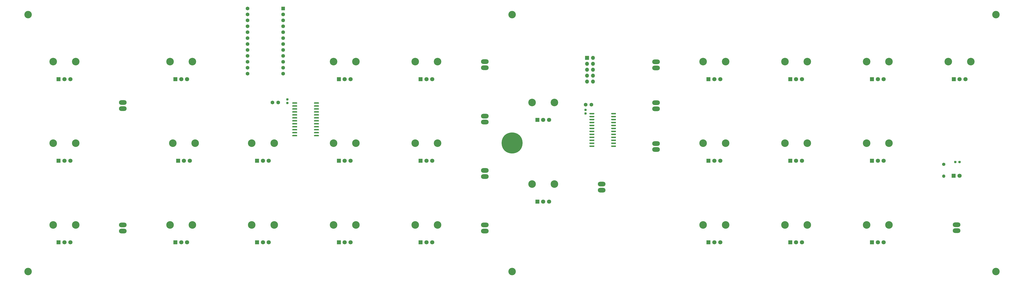
<source format=gbr>
%TF.GenerationSoftware,KiCad,Pcbnew,(5.1.7-0-10_14)*%
%TF.CreationDate,2020-11-05T11:53:55-03:00*%
%TF.ProjectId,MiniMood,4d696e69-4d6f-46f6-942e-6b696361645f,1*%
%TF.SameCoordinates,Original*%
%TF.FileFunction,Soldermask,Bot*%
%TF.FilePolarity,Negative*%
%FSLAX46Y46*%
G04 Gerber Fmt 4.6, Leading zero omitted, Abs format (unit mm)*
G04 Created by KiCad (PCBNEW (5.1.7-0-10_14)) date 2020-11-05 11:53:55*
%MOMM*%
%LPD*%
G01*
G04 APERTURE LIST*
%ADD10O,3.300000X2.000000*%
%ADD11C,1.600000*%
%ADD12R,1.600000X1.600000*%
%ADD13R,1.800000X1.800000*%
%ADD14C,1.800000*%
%ADD15C,3.240000*%
%ADD16C,3.200000*%
%ADD17C,9.000000*%
%ADD18O,1.700000X1.700000*%
%ADD19R,1.700000X1.700000*%
%ADD20C,1.400000*%
%ADD21O,1.400000X1.400000*%
G04 APERTURE END LIST*
D10*
%TO.C,SW2*%
X64550000Y-116790000D03*
X64550000Y-114190000D03*
%TD*%
%TO.C,SW1*%
X64550000Y-64290000D03*
X64550000Y-61690000D03*
%TD*%
%TO.C,SW3*%
X219550000Y-46790000D03*
X219550000Y-44190000D03*
%TD*%
%TO.C,SW4*%
X219550000Y-70123333D03*
X219550000Y-67523333D03*
%TD*%
%TO.C,SW5*%
X219550000Y-93456666D03*
X219550000Y-90856666D03*
%TD*%
%TO.C,SW6*%
X219550000Y-116790000D03*
X219550000Y-114190000D03*
%TD*%
%TO.C,SW7*%
X269550000Y-99290000D03*
X269550000Y-96690000D03*
%TD*%
%TO.C,SW8*%
X292850000Y-46890000D03*
X292850000Y-44290000D03*
%TD*%
%TO.C,SW9*%
X292850000Y-64390000D03*
X292850000Y-61790000D03*
%TD*%
%TO.C,SW10*%
X292850000Y-81890000D03*
X292850000Y-79290000D03*
%TD*%
%TO.C,SW11*%
X421550000Y-116690000D03*
X421550000Y-114090000D03*
%TD*%
D11*
%TO.C,U3*%
X117930000Y-21430000D03*
X117930000Y-23970000D03*
X117930000Y-26510000D03*
X117930000Y-29050000D03*
X117930000Y-31590000D03*
X117930000Y-34130000D03*
X117930000Y-36670000D03*
X117930000Y-39210000D03*
X117930000Y-41750000D03*
X117930000Y-44290000D03*
X117930000Y-46830000D03*
X117930000Y-49370000D03*
X133170000Y-49370000D03*
X133170000Y-46830000D03*
X133170000Y-44290000D03*
X133170000Y-41750000D03*
X133170000Y-39210000D03*
X133170000Y-36670000D03*
X133170000Y-34130000D03*
X133170000Y-31590000D03*
X133170000Y-29050000D03*
X133170000Y-26510000D03*
X133170000Y-23970000D03*
D12*
X133170000Y-21430000D03*
%TD*%
D13*
%TO.C,pot1*%
X37050000Y-51690000D03*
D14*
X39550000Y-51690000D03*
X42050000Y-51690000D03*
D15*
X44350000Y-44190000D03*
X34750000Y-44190000D03*
%TD*%
D13*
%TO.C,pot3*%
X37050000Y-121690000D03*
D14*
X39550000Y-121690000D03*
X42050000Y-121690000D03*
D15*
X44350000Y-114190000D03*
X34750000Y-114190000D03*
%TD*%
D13*
%TO.C,pot2*%
X37050000Y-86690000D03*
D14*
X39550000Y-86690000D03*
X42050000Y-86690000D03*
D15*
X44350000Y-79190000D03*
X34750000Y-79190000D03*
%TD*%
D13*
%TO.C,pot4*%
X87050000Y-51690000D03*
D14*
X89550000Y-51690000D03*
X92050000Y-51690000D03*
D15*
X94350000Y-44190000D03*
X84750000Y-44190000D03*
%TD*%
D13*
%TO.C,pot5*%
X88225001Y-86690000D03*
D14*
X90725001Y-86690000D03*
X93225001Y-86690000D03*
D15*
X95525001Y-79190000D03*
X85925001Y-79190000D03*
%TD*%
D13*
%TO.C,pot6*%
X87050000Y-121690000D03*
D14*
X89550000Y-121690000D03*
X92050000Y-121690000D03*
D15*
X94350000Y-114190000D03*
X84750000Y-114190000D03*
%TD*%
D13*
%TO.C,pot7*%
X122050000Y-86690000D03*
D14*
X124550000Y-86690000D03*
X127050000Y-86690000D03*
D15*
X129350000Y-79190000D03*
X119750000Y-79190000D03*
%TD*%
D13*
%TO.C,pot8*%
X122050000Y-121690000D03*
D14*
X124550000Y-121690000D03*
X127050000Y-121690000D03*
D15*
X129350000Y-114190000D03*
X119750000Y-114190000D03*
%TD*%
D13*
%TO.C,pot9*%
X157050000Y-51690000D03*
D14*
X159550000Y-51690000D03*
X162050000Y-51690000D03*
D15*
X164350000Y-44190000D03*
X154750000Y-44190000D03*
%TD*%
D13*
%TO.C,pot10*%
X157050000Y-86690000D03*
D14*
X159550000Y-86690000D03*
X162050000Y-86690000D03*
D15*
X164350000Y-79190000D03*
X154750000Y-79190000D03*
%TD*%
D13*
%TO.C,pot11*%
X157050000Y-121690000D03*
D14*
X159550000Y-121690000D03*
X162050000Y-121690000D03*
D15*
X164350000Y-114190000D03*
X154750000Y-114190000D03*
%TD*%
D13*
%TO.C,pot12*%
X192050000Y-51690000D03*
D14*
X194550000Y-51690000D03*
X197050000Y-51690000D03*
D15*
X199350000Y-44190000D03*
X189750000Y-44190000D03*
%TD*%
D13*
%TO.C,pot13*%
X192050000Y-86690000D03*
D14*
X194550000Y-86690000D03*
X197050000Y-86690000D03*
D15*
X199350000Y-79190000D03*
X189750000Y-79190000D03*
%TD*%
D13*
%TO.C,pot14*%
X192050000Y-121690000D03*
D14*
X194550000Y-121690000D03*
X197050000Y-121690000D03*
D15*
X199350000Y-114190000D03*
X189750000Y-114190000D03*
%TD*%
D13*
%TO.C,pot15*%
X242050000Y-69190000D03*
D14*
X244550000Y-69190000D03*
X247050000Y-69190000D03*
D15*
X249350000Y-61690000D03*
X239750000Y-61690000D03*
%TD*%
D13*
%TO.C,pot16*%
X242050000Y-104190000D03*
D14*
X244550000Y-104190000D03*
X247050000Y-104190000D03*
D15*
X249350000Y-96690000D03*
X239750000Y-96690000D03*
%TD*%
D13*
%TO.C,pot17*%
X315350000Y-51690000D03*
D14*
X317850000Y-51690000D03*
X320350000Y-51690000D03*
D15*
X322650000Y-44190000D03*
X313050000Y-44190000D03*
%TD*%
D13*
%TO.C,pot18*%
X315350000Y-86690000D03*
D14*
X317850000Y-86690000D03*
X320350000Y-86690000D03*
D15*
X322650000Y-79190000D03*
X313050000Y-79190000D03*
%TD*%
D13*
%TO.C,pot19*%
X315350000Y-121690000D03*
D14*
X317850000Y-121690000D03*
X320350000Y-121690000D03*
D15*
X322650000Y-114190000D03*
X313050000Y-114190000D03*
%TD*%
D13*
%TO.C,pot20*%
X350350000Y-51690000D03*
D14*
X352850000Y-51690000D03*
X355350000Y-51690000D03*
D15*
X357650000Y-44190000D03*
X348050000Y-44190000D03*
%TD*%
D13*
%TO.C,pot21*%
X350350000Y-86690000D03*
D14*
X352850000Y-86690000D03*
X355350000Y-86690000D03*
D15*
X357650000Y-79190000D03*
X348050000Y-79190000D03*
%TD*%
D13*
%TO.C,pot22*%
X350350000Y-121690000D03*
D14*
X352850000Y-121690000D03*
X355350000Y-121690000D03*
D15*
X357650000Y-114190000D03*
X348050000Y-114190000D03*
%TD*%
D13*
%TO.C,pot23*%
X385350000Y-51690000D03*
D14*
X387850000Y-51690000D03*
X390350000Y-51690000D03*
D15*
X392650000Y-44190000D03*
X383050000Y-44190000D03*
%TD*%
D13*
%TO.C,pot24*%
X385350000Y-86690000D03*
D14*
X387850000Y-86690000D03*
X390350000Y-86690000D03*
D15*
X392650000Y-79190000D03*
X383050000Y-79190000D03*
%TD*%
D13*
%TO.C,pot25*%
X385350000Y-121690000D03*
D14*
X387850000Y-121690000D03*
X390350000Y-121690000D03*
D15*
X392650000Y-114190000D03*
X383050000Y-114190000D03*
%TD*%
D13*
%TO.C,pot26*%
X420350000Y-51690000D03*
D14*
X422850000Y-51690000D03*
X425350000Y-51690000D03*
D15*
X427650000Y-44190000D03*
X418050000Y-44190000D03*
%TD*%
D16*
%TO.C,REF\u002A\u002A*%
X231200000Y-24000000D03*
%TD*%
%TO.C,REF\u002A\u002A*%
X231200000Y-134190000D03*
%TD*%
%TO.C,REF\u002A\u002A*%
X438420000Y-134190000D03*
%TD*%
%TO.C,REF\u002A\u002A*%
X23990000Y-134190000D03*
%TD*%
%TO.C,REF\u002A\u002A*%
X23990000Y-24000000D03*
%TD*%
%TO.C,REF\u002A\u002A*%
X438420000Y-24000000D03*
%TD*%
D17*
%TO.C,REF\u002A\u002A*%
X231200000Y-79090000D03*
%TD*%
%TO.C,C1*%
G36*
G01*
X262410000Y-65970000D02*
X262910000Y-65970000D01*
G75*
G02*
X263135000Y-66195000I0J-225000D01*
G01*
X263135000Y-66645000D01*
G75*
G02*
X262910000Y-66870000I-225000J0D01*
G01*
X262410000Y-66870000D01*
G75*
G02*
X262185000Y-66645000I0J225000D01*
G01*
X262185000Y-66195000D01*
G75*
G02*
X262410000Y-65970000I225000J0D01*
G01*
G37*
G36*
G01*
X262410000Y-64420000D02*
X262910000Y-64420000D01*
G75*
G02*
X263135000Y-64645000I0J-225000D01*
G01*
X263135000Y-65095000D01*
G75*
G02*
X262910000Y-65320000I-225000J0D01*
G01*
X262410000Y-65320000D01*
G75*
G02*
X262185000Y-65095000I0J225000D01*
G01*
X262185000Y-64645000D01*
G75*
G02*
X262410000Y-64420000I225000J0D01*
G01*
G37*
%TD*%
%TO.C,C2*%
G36*
G01*
X134730000Y-61470000D02*
X135230000Y-61470000D01*
G75*
G02*
X135455000Y-61695000I0J-225000D01*
G01*
X135455000Y-62145000D01*
G75*
G02*
X135230000Y-62370000I-225000J0D01*
G01*
X134730000Y-62370000D01*
G75*
G02*
X134505000Y-62145000I0J225000D01*
G01*
X134505000Y-61695000D01*
G75*
G02*
X134730000Y-61470000I225000J0D01*
G01*
G37*
G36*
G01*
X134730000Y-59920000D02*
X135230000Y-59920000D01*
G75*
G02*
X135455000Y-60145000I0J-225000D01*
G01*
X135455000Y-60595000D01*
G75*
G02*
X135230000Y-60820000I-225000J0D01*
G01*
X134730000Y-60820000D01*
G75*
G02*
X134505000Y-60595000I0J225000D01*
G01*
X134505000Y-60145000D01*
G75*
G02*
X134730000Y-59920000I225000J0D01*
G01*
G37*
%TD*%
D14*
%TO.C,D1*%
X422815000Y-93090000D03*
D13*
X420275000Y-93090000D03*
%TD*%
%TO.C,R1*%
G36*
G01*
X422342500Y-87447500D02*
X422342500Y-86972500D01*
G75*
G02*
X422580000Y-86735000I237500J0D01*
G01*
X423080000Y-86735000D01*
G75*
G02*
X423317500Y-86972500I0J-237500D01*
G01*
X423317500Y-87447500D01*
G75*
G02*
X423080000Y-87685000I-237500J0D01*
G01*
X422580000Y-87685000D01*
G75*
G02*
X422342500Y-87447500I0J237500D01*
G01*
G37*
G36*
G01*
X420517500Y-87447500D02*
X420517500Y-86972500D01*
G75*
G02*
X420755000Y-86735000I237500J0D01*
G01*
X421255000Y-86735000D01*
G75*
G02*
X421492500Y-86972500I0J-237500D01*
G01*
X421492500Y-87447500D01*
G75*
G02*
X421255000Y-87685000I-237500J0D01*
G01*
X420755000Y-87685000D01*
G75*
G02*
X420517500Y-87447500I0J237500D01*
G01*
G37*
%TD*%
%TO.C,4067_1*%
G36*
G01*
X139175000Y-61805000D02*
X139175000Y-62105000D01*
G75*
G02*
X139025000Y-62255000I-150000J0D01*
G01*
X137275000Y-62255000D01*
G75*
G02*
X137125000Y-62105000I0J150000D01*
G01*
X137125000Y-61805000D01*
G75*
G02*
X137275000Y-61655000I150000J0D01*
G01*
X139025000Y-61655000D01*
G75*
G02*
X139175000Y-61805000I0J-150000D01*
G01*
G37*
G36*
G01*
X139175000Y-63075000D02*
X139175000Y-63375000D01*
G75*
G02*
X139025000Y-63525000I-150000J0D01*
G01*
X137275000Y-63525000D01*
G75*
G02*
X137125000Y-63375000I0J150000D01*
G01*
X137125000Y-63075000D01*
G75*
G02*
X137275000Y-62925000I150000J0D01*
G01*
X139025000Y-62925000D01*
G75*
G02*
X139175000Y-63075000I0J-150000D01*
G01*
G37*
G36*
G01*
X139175000Y-64345000D02*
X139175000Y-64645000D01*
G75*
G02*
X139025000Y-64795000I-150000J0D01*
G01*
X137275000Y-64795000D01*
G75*
G02*
X137125000Y-64645000I0J150000D01*
G01*
X137125000Y-64345000D01*
G75*
G02*
X137275000Y-64195000I150000J0D01*
G01*
X139025000Y-64195000D01*
G75*
G02*
X139175000Y-64345000I0J-150000D01*
G01*
G37*
G36*
G01*
X139175000Y-65615000D02*
X139175000Y-65915000D01*
G75*
G02*
X139025000Y-66065000I-150000J0D01*
G01*
X137275000Y-66065000D01*
G75*
G02*
X137125000Y-65915000I0J150000D01*
G01*
X137125000Y-65615000D01*
G75*
G02*
X137275000Y-65465000I150000J0D01*
G01*
X139025000Y-65465000D01*
G75*
G02*
X139175000Y-65615000I0J-150000D01*
G01*
G37*
G36*
G01*
X139175000Y-66885000D02*
X139175000Y-67185000D01*
G75*
G02*
X139025000Y-67335000I-150000J0D01*
G01*
X137275000Y-67335000D01*
G75*
G02*
X137125000Y-67185000I0J150000D01*
G01*
X137125000Y-66885000D01*
G75*
G02*
X137275000Y-66735000I150000J0D01*
G01*
X139025000Y-66735000D01*
G75*
G02*
X139175000Y-66885000I0J-150000D01*
G01*
G37*
G36*
G01*
X139175000Y-68155000D02*
X139175000Y-68455000D01*
G75*
G02*
X139025000Y-68605000I-150000J0D01*
G01*
X137275000Y-68605000D01*
G75*
G02*
X137125000Y-68455000I0J150000D01*
G01*
X137125000Y-68155000D01*
G75*
G02*
X137275000Y-68005000I150000J0D01*
G01*
X139025000Y-68005000D01*
G75*
G02*
X139175000Y-68155000I0J-150000D01*
G01*
G37*
G36*
G01*
X139175000Y-69425000D02*
X139175000Y-69725000D01*
G75*
G02*
X139025000Y-69875000I-150000J0D01*
G01*
X137275000Y-69875000D01*
G75*
G02*
X137125000Y-69725000I0J150000D01*
G01*
X137125000Y-69425000D01*
G75*
G02*
X137275000Y-69275000I150000J0D01*
G01*
X139025000Y-69275000D01*
G75*
G02*
X139175000Y-69425000I0J-150000D01*
G01*
G37*
G36*
G01*
X139175000Y-70695000D02*
X139175000Y-70995000D01*
G75*
G02*
X139025000Y-71145000I-150000J0D01*
G01*
X137275000Y-71145000D01*
G75*
G02*
X137125000Y-70995000I0J150000D01*
G01*
X137125000Y-70695000D01*
G75*
G02*
X137275000Y-70545000I150000J0D01*
G01*
X139025000Y-70545000D01*
G75*
G02*
X139175000Y-70695000I0J-150000D01*
G01*
G37*
G36*
G01*
X139175000Y-71965000D02*
X139175000Y-72265000D01*
G75*
G02*
X139025000Y-72415000I-150000J0D01*
G01*
X137275000Y-72415000D01*
G75*
G02*
X137125000Y-72265000I0J150000D01*
G01*
X137125000Y-71965000D01*
G75*
G02*
X137275000Y-71815000I150000J0D01*
G01*
X139025000Y-71815000D01*
G75*
G02*
X139175000Y-71965000I0J-150000D01*
G01*
G37*
G36*
G01*
X139175000Y-73235000D02*
X139175000Y-73535000D01*
G75*
G02*
X139025000Y-73685000I-150000J0D01*
G01*
X137275000Y-73685000D01*
G75*
G02*
X137125000Y-73535000I0J150000D01*
G01*
X137125000Y-73235000D01*
G75*
G02*
X137275000Y-73085000I150000J0D01*
G01*
X139025000Y-73085000D01*
G75*
G02*
X139175000Y-73235000I0J-150000D01*
G01*
G37*
G36*
G01*
X139175000Y-74505000D02*
X139175000Y-74805000D01*
G75*
G02*
X139025000Y-74955000I-150000J0D01*
G01*
X137275000Y-74955000D01*
G75*
G02*
X137125000Y-74805000I0J150000D01*
G01*
X137125000Y-74505000D01*
G75*
G02*
X137275000Y-74355000I150000J0D01*
G01*
X139025000Y-74355000D01*
G75*
G02*
X139175000Y-74505000I0J-150000D01*
G01*
G37*
G36*
G01*
X139175000Y-75775000D02*
X139175000Y-76075000D01*
G75*
G02*
X139025000Y-76225000I-150000J0D01*
G01*
X137275000Y-76225000D01*
G75*
G02*
X137125000Y-76075000I0J150000D01*
G01*
X137125000Y-75775000D01*
G75*
G02*
X137275000Y-75625000I150000J0D01*
G01*
X139025000Y-75625000D01*
G75*
G02*
X139175000Y-75775000I0J-150000D01*
G01*
G37*
G36*
G01*
X148475000Y-75775000D02*
X148475000Y-76075000D01*
G75*
G02*
X148325000Y-76225000I-150000J0D01*
G01*
X146575000Y-76225000D01*
G75*
G02*
X146425000Y-76075000I0J150000D01*
G01*
X146425000Y-75775000D01*
G75*
G02*
X146575000Y-75625000I150000J0D01*
G01*
X148325000Y-75625000D01*
G75*
G02*
X148475000Y-75775000I0J-150000D01*
G01*
G37*
G36*
G01*
X148475000Y-74505000D02*
X148475000Y-74805000D01*
G75*
G02*
X148325000Y-74955000I-150000J0D01*
G01*
X146575000Y-74955000D01*
G75*
G02*
X146425000Y-74805000I0J150000D01*
G01*
X146425000Y-74505000D01*
G75*
G02*
X146575000Y-74355000I150000J0D01*
G01*
X148325000Y-74355000D01*
G75*
G02*
X148475000Y-74505000I0J-150000D01*
G01*
G37*
G36*
G01*
X148475000Y-73235000D02*
X148475000Y-73535000D01*
G75*
G02*
X148325000Y-73685000I-150000J0D01*
G01*
X146575000Y-73685000D01*
G75*
G02*
X146425000Y-73535000I0J150000D01*
G01*
X146425000Y-73235000D01*
G75*
G02*
X146575000Y-73085000I150000J0D01*
G01*
X148325000Y-73085000D01*
G75*
G02*
X148475000Y-73235000I0J-150000D01*
G01*
G37*
G36*
G01*
X148475000Y-71965000D02*
X148475000Y-72265000D01*
G75*
G02*
X148325000Y-72415000I-150000J0D01*
G01*
X146575000Y-72415000D01*
G75*
G02*
X146425000Y-72265000I0J150000D01*
G01*
X146425000Y-71965000D01*
G75*
G02*
X146575000Y-71815000I150000J0D01*
G01*
X148325000Y-71815000D01*
G75*
G02*
X148475000Y-71965000I0J-150000D01*
G01*
G37*
G36*
G01*
X148475000Y-70695000D02*
X148475000Y-70995000D01*
G75*
G02*
X148325000Y-71145000I-150000J0D01*
G01*
X146575000Y-71145000D01*
G75*
G02*
X146425000Y-70995000I0J150000D01*
G01*
X146425000Y-70695000D01*
G75*
G02*
X146575000Y-70545000I150000J0D01*
G01*
X148325000Y-70545000D01*
G75*
G02*
X148475000Y-70695000I0J-150000D01*
G01*
G37*
G36*
G01*
X148475000Y-69425000D02*
X148475000Y-69725000D01*
G75*
G02*
X148325000Y-69875000I-150000J0D01*
G01*
X146575000Y-69875000D01*
G75*
G02*
X146425000Y-69725000I0J150000D01*
G01*
X146425000Y-69425000D01*
G75*
G02*
X146575000Y-69275000I150000J0D01*
G01*
X148325000Y-69275000D01*
G75*
G02*
X148475000Y-69425000I0J-150000D01*
G01*
G37*
G36*
G01*
X148475000Y-68155000D02*
X148475000Y-68455000D01*
G75*
G02*
X148325000Y-68605000I-150000J0D01*
G01*
X146575000Y-68605000D01*
G75*
G02*
X146425000Y-68455000I0J150000D01*
G01*
X146425000Y-68155000D01*
G75*
G02*
X146575000Y-68005000I150000J0D01*
G01*
X148325000Y-68005000D01*
G75*
G02*
X148475000Y-68155000I0J-150000D01*
G01*
G37*
G36*
G01*
X148475000Y-66885000D02*
X148475000Y-67185000D01*
G75*
G02*
X148325000Y-67335000I-150000J0D01*
G01*
X146575000Y-67335000D01*
G75*
G02*
X146425000Y-67185000I0J150000D01*
G01*
X146425000Y-66885000D01*
G75*
G02*
X146575000Y-66735000I150000J0D01*
G01*
X148325000Y-66735000D01*
G75*
G02*
X148475000Y-66885000I0J-150000D01*
G01*
G37*
G36*
G01*
X148475000Y-65615000D02*
X148475000Y-65915000D01*
G75*
G02*
X148325000Y-66065000I-150000J0D01*
G01*
X146575000Y-66065000D01*
G75*
G02*
X146425000Y-65915000I0J150000D01*
G01*
X146425000Y-65615000D01*
G75*
G02*
X146575000Y-65465000I150000J0D01*
G01*
X148325000Y-65465000D01*
G75*
G02*
X148475000Y-65615000I0J-150000D01*
G01*
G37*
G36*
G01*
X148475000Y-64345000D02*
X148475000Y-64645000D01*
G75*
G02*
X148325000Y-64795000I-150000J0D01*
G01*
X146575000Y-64795000D01*
G75*
G02*
X146425000Y-64645000I0J150000D01*
G01*
X146425000Y-64345000D01*
G75*
G02*
X146575000Y-64195000I150000J0D01*
G01*
X148325000Y-64195000D01*
G75*
G02*
X148475000Y-64345000I0J-150000D01*
G01*
G37*
G36*
G01*
X148475000Y-63075000D02*
X148475000Y-63375000D01*
G75*
G02*
X148325000Y-63525000I-150000J0D01*
G01*
X146575000Y-63525000D01*
G75*
G02*
X146425000Y-63375000I0J150000D01*
G01*
X146425000Y-63075000D01*
G75*
G02*
X146575000Y-62925000I150000J0D01*
G01*
X148325000Y-62925000D01*
G75*
G02*
X148475000Y-63075000I0J-150000D01*
G01*
G37*
G36*
G01*
X148475000Y-61805000D02*
X148475000Y-62105000D01*
G75*
G02*
X148325000Y-62255000I-150000J0D01*
G01*
X146575000Y-62255000D01*
G75*
G02*
X146425000Y-62105000I0J150000D01*
G01*
X146425000Y-61805000D01*
G75*
G02*
X146575000Y-61655000I150000J0D01*
G01*
X148325000Y-61655000D01*
G75*
G02*
X148475000Y-61805000I0J-150000D01*
G01*
G37*
%TD*%
%TO.C,4067_2*%
G36*
G01*
X266425000Y-66305000D02*
X266425000Y-66605000D01*
G75*
G02*
X266275000Y-66755000I-150000J0D01*
G01*
X264525000Y-66755000D01*
G75*
G02*
X264375000Y-66605000I0J150000D01*
G01*
X264375000Y-66305000D01*
G75*
G02*
X264525000Y-66155000I150000J0D01*
G01*
X266275000Y-66155000D01*
G75*
G02*
X266425000Y-66305000I0J-150000D01*
G01*
G37*
G36*
G01*
X266425000Y-67575000D02*
X266425000Y-67875000D01*
G75*
G02*
X266275000Y-68025000I-150000J0D01*
G01*
X264525000Y-68025000D01*
G75*
G02*
X264375000Y-67875000I0J150000D01*
G01*
X264375000Y-67575000D01*
G75*
G02*
X264525000Y-67425000I150000J0D01*
G01*
X266275000Y-67425000D01*
G75*
G02*
X266425000Y-67575000I0J-150000D01*
G01*
G37*
G36*
G01*
X266425000Y-68845000D02*
X266425000Y-69145000D01*
G75*
G02*
X266275000Y-69295000I-150000J0D01*
G01*
X264525000Y-69295000D01*
G75*
G02*
X264375000Y-69145000I0J150000D01*
G01*
X264375000Y-68845000D01*
G75*
G02*
X264525000Y-68695000I150000J0D01*
G01*
X266275000Y-68695000D01*
G75*
G02*
X266425000Y-68845000I0J-150000D01*
G01*
G37*
G36*
G01*
X266425000Y-70115000D02*
X266425000Y-70415000D01*
G75*
G02*
X266275000Y-70565000I-150000J0D01*
G01*
X264525000Y-70565000D01*
G75*
G02*
X264375000Y-70415000I0J150000D01*
G01*
X264375000Y-70115000D01*
G75*
G02*
X264525000Y-69965000I150000J0D01*
G01*
X266275000Y-69965000D01*
G75*
G02*
X266425000Y-70115000I0J-150000D01*
G01*
G37*
G36*
G01*
X266425000Y-71385000D02*
X266425000Y-71685000D01*
G75*
G02*
X266275000Y-71835000I-150000J0D01*
G01*
X264525000Y-71835000D01*
G75*
G02*
X264375000Y-71685000I0J150000D01*
G01*
X264375000Y-71385000D01*
G75*
G02*
X264525000Y-71235000I150000J0D01*
G01*
X266275000Y-71235000D01*
G75*
G02*
X266425000Y-71385000I0J-150000D01*
G01*
G37*
G36*
G01*
X266425000Y-72655000D02*
X266425000Y-72955000D01*
G75*
G02*
X266275000Y-73105000I-150000J0D01*
G01*
X264525000Y-73105000D01*
G75*
G02*
X264375000Y-72955000I0J150000D01*
G01*
X264375000Y-72655000D01*
G75*
G02*
X264525000Y-72505000I150000J0D01*
G01*
X266275000Y-72505000D01*
G75*
G02*
X266425000Y-72655000I0J-150000D01*
G01*
G37*
G36*
G01*
X266425000Y-73925000D02*
X266425000Y-74225000D01*
G75*
G02*
X266275000Y-74375000I-150000J0D01*
G01*
X264525000Y-74375000D01*
G75*
G02*
X264375000Y-74225000I0J150000D01*
G01*
X264375000Y-73925000D01*
G75*
G02*
X264525000Y-73775000I150000J0D01*
G01*
X266275000Y-73775000D01*
G75*
G02*
X266425000Y-73925000I0J-150000D01*
G01*
G37*
G36*
G01*
X266425000Y-75195000D02*
X266425000Y-75495000D01*
G75*
G02*
X266275000Y-75645000I-150000J0D01*
G01*
X264525000Y-75645000D01*
G75*
G02*
X264375000Y-75495000I0J150000D01*
G01*
X264375000Y-75195000D01*
G75*
G02*
X264525000Y-75045000I150000J0D01*
G01*
X266275000Y-75045000D01*
G75*
G02*
X266425000Y-75195000I0J-150000D01*
G01*
G37*
G36*
G01*
X266425000Y-76465000D02*
X266425000Y-76765000D01*
G75*
G02*
X266275000Y-76915000I-150000J0D01*
G01*
X264525000Y-76915000D01*
G75*
G02*
X264375000Y-76765000I0J150000D01*
G01*
X264375000Y-76465000D01*
G75*
G02*
X264525000Y-76315000I150000J0D01*
G01*
X266275000Y-76315000D01*
G75*
G02*
X266425000Y-76465000I0J-150000D01*
G01*
G37*
G36*
G01*
X266425000Y-77735000D02*
X266425000Y-78035000D01*
G75*
G02*
X266275000Y-78185000I-150000J0D01*
G01*
X264525000Y-78185000D01*
G75*
G02*
X264375000Y-78035000I0J150000D01*
G01*
X264375000Y-77735000D01*
G75*
G02*
X264525000Y-77585000I150000J0D01*
G01*
X266275000Y-77585000D01*
G75*
G02*
X266425000Y-77735000I0J-150000D01*
G01*
G37*
G36*
G01*
X266425000Y-79005000D02*
X266425000Y-79305000D01*
G75*
G02*
X266275000Y-79455000I-150000J0D01*
G01*
X264525000Y-79455000D01*
G75*
G02*
X264375000Y-79305000I0J150000D01*
G01*
X264375000Y-79005000D01*
G75*
G02*
X264525000Y-78855000I150000J0D01*
G01*
X266275000Y-78855000D01*
G75*
G02*
X266425000Y-79005000I0J-150000D01*
G01*
G37*
G36*
G01*
X266425000Y-80275000D02*
X266425000Y-80575000D01*
G75*
G02*
X266275000Y-80725000I-150000J0D01*
G01*
X264525000Y-80725000D01*
G75*
G02*
X264375000Y-80575000I0J150000D01*
G01*
X264375000Y-80275000D01*
G75*
G02*
X264525000Y-80125000I150000J0D01*
G01*
X266275000Y-80125000D01*
G75*
G02*
X266425000Y-80275000I0J-150000D01*
G01*
G37*
G36*
G01*
X275725000Y-80275000D02*
X275725000Y-80575000D01*
G75*
G02*
X275575000Y-80725000I-150000J0D01*
G01*
X273825000Y-80725000D01*
G75*
G02*
X273675000Y-80575000I0J150000D01*
G01*
X273675000Y-80275000D01*
G75*
G02*
X273825000Y-80125000I150000J0D01*
G01*
X275575000Y-80125000D01*
G75*
G02*
X275725000Y-80275000I0J-150000D01*
G01*
G37*
G36*
G01*
X275725000Y-79005000D02*
X275725000Y-79305000D01*
G75*
G02*
X275575000Y-79455000I-150000J0D01*
G01*
X273825000Y-79455000D01*
G75*
G02*
X273675000Y-79305000I0J150000D01*
G01*
X273675000Y-79005000D01*
G75*
G02*
X273825000Y-78855000I150000J0D01*
G01*
X275575000Y-78855000D01*
G75*
G02*
X275725000Y-79005000I0J-150000D01*
G01*
G37*
G36*
G01*
X275725000Y-77735000D02*
X275725000Y-78035000D01*
G75*
G02*
X275575000Y-78185000I-150000J0D01*
G01*
X273825000Y-78185000D01*
G75*
G02*
X273675000Y-78035000I0J150000D01*
G01*
X273675000Y-77735000D01*
G75*
G02*
X273825000Y-77585000I150000J0D01*
G01*
X275575000Y-77585000D01*
G75*
G02*
X275725000Y-77735000I0J-150000D01*
G01*
G37*
G36*
G01*
X275725000Y-76465000D02*
X275725000Y-76765000D01*
G75*
G02*
X275575000Y-76915000I-150000J0D01*
G01*
X273825000Y-76915000D01*
G75*
G02*
X273675000Y-76765000I0J150000D01*
G01*
X273675000Y-76465000D01*
G75*
G02*
X273825000Y-76315000I150000J0D01*
G01*
X275575000Y-76315000D01*
G75*
G02*
X275725000Y-76465000I0J-150000D01*
G01*
G37*
G36*
G01*
X275725000Y-75195000D02*
X275725000Y-75495000D01*
G75*
G02*
X275575000Y-75645000I-150000J0D01*
G01*
X273825000Y-75645000D01*
G75*
G02*
X273675000Y-75495000I0J150000D01*
G01*
X273675000Y-75195000D01*
G75*
G02*
X273825000Y-75045000I150000J0D01*
G01*
X275575000Y-75045000D01*
G75*
G02*
X275725000Y-75195000I0J-150000D01*
G01*
G37*
G36*
G01*
X275725000Y-73925000D02*
X275725000Y-74225000D01*
G75*
G02*
X275575000Y-74375000I-150000J0D01*
G01*
X273825000Y-74375000D01*
G75*
G02*
X273675000Y-74225000I0J150000D01*
G01*
X273675000Y-73925000D01*
G75*
G02*
X273825000Y-73775000I150000J0D01*
G01*
X275575000Y-73775000D01*
G75*
G02*
X275725000Y-73925000I0J-150000D01*
G01*
G37*
G36*
G01*
X275725000Y-72655000D02*
X275725000Y-72955000D01*
G75*
G02*
X275575000Y-73105000I-150000J0D01*
G01*
X273825000Y-73105000D01*
G75*
G02*
X273675000Y-72955000I0J150000D01*
G01*
X273675000Y-72655000D01*
G75*
G02*
X273825000Y-72505000I150000J0D01*
G01*
X275575000Y-72505000D01*
G75*
G02*
X275725000Y-72655000I0J-150000D01*
G01*
G37*
G36*
G01*
X275725000Y-71385000D02*
X275725000Y-71685000D01*
G75*
G02*
X275575000Y-71835000I-150000J0D01*
G01*
X273825000Y-71835000D01*
G75*
G02*
X273675000Y-71685000I0J150000D01*
G01*
X273675000Y-71385000D01*
G75*
G02*
X273825000Y-71235000I150000J0D01*
G01*
X275575000Y-71235000D01*
G75*
G02*
X275725000Y-71385000I0J-150000D01*
G01*
G37*
G36*
G01*
X275725000Y-70115000D02*
X275725000Y-70415000D01*
G75*
G02*
X275575000Y-70565000I-150000J0D01*
G01*
X273825000Y-70565000D01*
G75*
G02*
X273675000Y-70415000I0J150000D01*
G01*
X273675000Y-70115000D01*
G75*
G02*
X273825000Y-69965000I150000J0D01*
G01*
X275575000Y-69965000D01*
G75*
G02*
X275725000Y-70115000I0J-150000D01*
G01*
G37*
G36*
G01*
X275725000Y-68845000D02*
X275725000Y-69145000D01*
G75*
G02*
X275575000Y-69295000I-150000J0D01*
G01*
X273825000Y-69295000D01*
G75*
G02*
X273675000Y-69145000I0J150000D01*
G01*
X273675000Y-68845000D01*
G75*
G02*
X273825000Y-68695000I150000J0D01*
G01*
X275575000Y-68695000D01*
G75*
G02*
X275725000Y-68845000I0J-150000D01*
G01*
G37*
G36*
G01*
X275725000Y-67575000D02*
X275725000Y-67875000D01*
G75*
G02*
X275575000Y-68025000I-150000J0D01*
G01*
X273825000Y-68025000D01*
G75*
G02*
X273675000Y-67875000I0J150000D01*
G01*
X273675000Y-67575000D01*
G75*
G02*
X273825000Y-67425000I150000J0D01*
G01*
X275575000Y-67425000D01*
G75*
G02*
X275725000Y-67575000I0J-150000D01*
G01*
G37*
G36*
G01*
X275725000Y-66305000D02*
X275725000Y-66605000D01*
G75*
G02*
X275575000Y-66755000I-150000J0D01*
G01*
X273825000Y-66755000D01*
G75*
G02*
X273675000Y-66605000I0J150000D01*
G01*
X273675000Y-66305000D01*
G75*
G02*
X273825000Y-66155000I150000J0D01*
G01*
X275575000Y-66155000D01*
G75*
G02*
X275725000Y-66305000I0J-150000D01*
G01*
G37*
%TD*%
D18*
%TO.C,J1*%
X265890000Y-52750000D03*
X263350000Y-52750000D03*
X265890000Y-50210000D03*
X263350000Y-50210000D03*
X265890000Y-47670000D03*
X263350000Y-47670000D03*
X265890000Y-45130000D03*
X263350000Y-45130000D03*
X265890000Y-42590000D03*
D19*
X263350000Y-42590000D03*
%TD*%
D11*
%TO.C,C3*%
X131080000Y-61720000D03*
X128580000Y-61720000D03*
%TD*%
%TO.C,C4*%
X265220000Y-62640000D03*
X262720000Y-62640000D03*
%TD*%
D20*
%TO.C,R2*%
X416080000Y-88170000D03*
D21*
X416080000Y-93250000D03*
%TD*%
M02*

</source>
